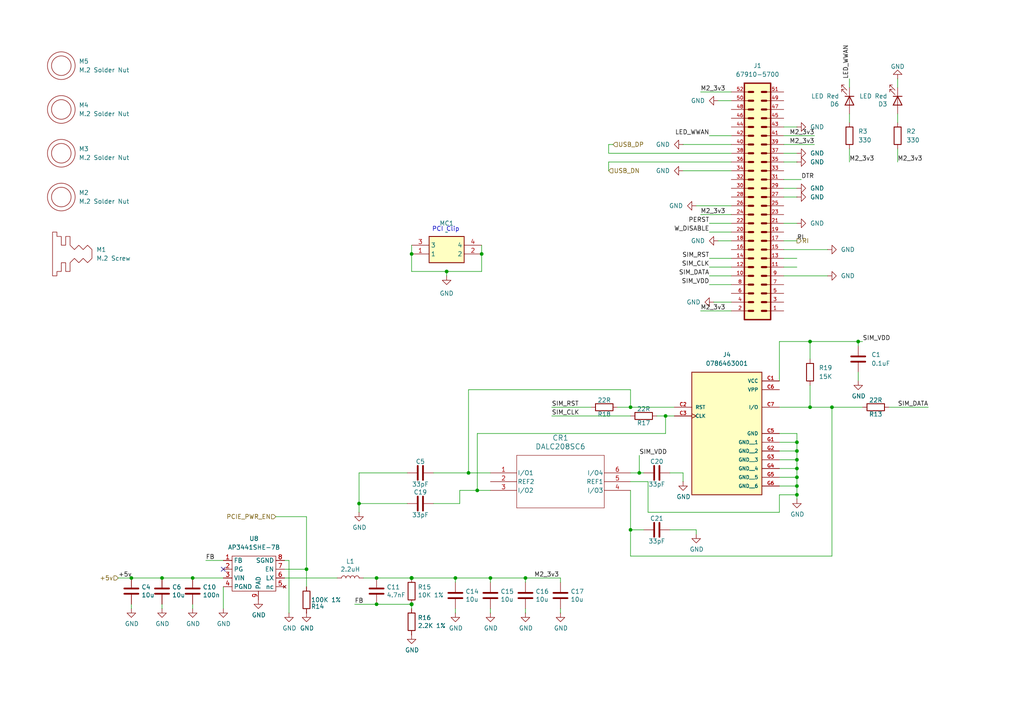
<source format=kicad_sch>
(kicad_sch (version 20250114) (generator "eeschema") (generator_version "9.0")
  (paper "A4")
  (title_block (title "Compute Module 5 IO Board ") (rev "1") (company "E-SMART SOLUTIONS") (comment 1 "Mostafa Bakir"))
  (lib_symbols
    (symbol "0786463001:0786463001" (pin_names (offset 1.016))
      (property "Reference" "J" (at -10.16 10.922 0))
      (property "Value" "0786463001" (at -10.16 -27.94 0))
      (symbol "0786463001_0_0"
        (rectangle (start -10.16 -25.4) (end 10.16 10.16) (stroke (width 0.254)) (fill (type background)))
        (pin input line (at -15.24 0 0) (length 5.08) (name "RST") (number "C2"))
        (pin input clock (at -15.24 -2.54 0) (length 5.08) (name "CLK") (number "C3"))
        (pin power_in line (at 15.24 7.62 180) (length 5.08) (name "VCC") (number "C1"))
        (pin power_in line (at 15.24 5.08 180) (length 5.08) (name "VPP") (number "C6"))
        (pin bidirectional line (at 15.24 0 180) (length 5.08) (name "I/O") (number "C7"))
        (pin power_in line (at 15.24 -7.62 180) (length 5.08) (name "GND") (number "C5"))
        (pin power_in line (at 15.24 -10.16 180) (length 5.08) (name "GND__1") (number "G1"))
        (pin power_in line (at 15.24 -12.7 180) (length 5.08) (name "GND__2") (number "G2"))
        (pin power_in line (at 15.24 -15.24 180) (length 5.08) (name "GND__3") (number "G3"))
        (pin power_in line (at 15.24 -17.78 180) (length 5.08) (name "GND__4") (number "G4"))
        (pin power_in line (at 15.24 -20.32 180) (length 5.08) (name "GND__5") (number "G5"))
        (pin power_in line (at 15.24 -22.86 180) (length 5.08) (name "GND__6") (number "G6"))
      )
    )
    (symbol "2025-04-18_20-29-10:DALC208SC6" (pin_names (offset 0.254))
      (property "Reference" "CR" (at 20.32 10.16 0))
      (property "Value" "DALC208SC6" (at 20.32 7.62 0))
      (symbol "DALC208SC6_0_1"
        (polyline (pts (xy 7.62 5.08) (xy 7.62 -10.16)) (stroke (width 0.127)))
        (polyline (pts (xy 7.62 -10.16) (xy 33.02 -10.16)) (stroke (width 0.127)))
        (polyline (pts (xy 33.02 5.08) (xy 7.62 5.08)) (stroke (width 0.127)))
        (polyline (pts (xy 33.02 -10.16) (xy 33.02 5.08)) (stroke (width 0.127)))
        (pin bidirectional line (at 0 0 0) (length 7.62) (name "I/O1") (number "1"))
        (pin unspecified line (at 0 -2.54 0) (length 7.62) (name "REF2") (number "2"))
        (pin bidirectional line (at 0 -5.08 0) (length 7.62) (name "I/O2") (number "3"))
        (pin bidirectional line (at 40.64 0 180) (length 7.62) (name "I/O4") (number "6"))
        (pin unspecified line (at 40.64 -2.54 180) (length 7.62) (name "REF1") (number "5"))
        (pin bidirectional line (at 40.64 -5.08 180) (length 7.62) (name "I/O3") (number "4"))
      )
    )
    (symbol "48099-4000:48099-4000"
      (property "Reference" "J" (at 16.51 7.62 0))
      (property "Value" "48099-4000" (at 16.51 5.08 0))
      (symbol "48099-4000_1_1"
        (rectangle (start 5.08 2.54) (end 15.24 -5.08) (stroke (width 0.254)) (fill (type background)))
        (pin passive line (at 0 0 0) (length 5.08) (name "3") (number "3"))
        (pin passive line (at 0 -2.54 0) (length 5.08) (name "1") (number "1"))
        (pin passive line (at 20.32 0 180) (length 5.08) (name "4") (number "4"))
        (pin passive line (at 20.32 -2.54 180) (length 5.08) (name "2") (number "2"))
      )
    )
    (symbol "67910-5700:67910-5700" (pin_names (offset 1.016))
      (property "Reference" "J" (at -3.8196 33.867 0))
      (property "Value" "67910-5700" (at -3.8156 -38.1558 0))
      (symbol "67910-5700_0_0"
        (rectangle (start -3.81 -35.56) (end 3.81 33.02) (stroke (width 0.4064)) (fill (type background)))
        (polyline (pts (xy -2.54 30.48) (xy -1.27 30.48)) (stroke (width 0.6096)))
        (polyline (pts (xy -2.54 27.94) (xy -1.27 27.94)) (stroke (width 0.6096)))
        (polyline (pts (xy -2.54 25.4) (xy -1.27 25.4)) (stroke (width 0.6096)))
        (polyline (pts (xy -2.54 22.86) (xy -1.27 22.86)) (stroke (width 0.6096)))
        (polyline (pts (xy -2.54 20.32) (xy -1.27 20.32)) (stroke (width 0.6096)))
        (polyline (pts (xy -2.54 17.78) (xy -1.27 17.78)) (stroke (width 0.6096)))
        (polyline (pts (xy -2.54 15.24) (xy -1.27 15.24)) (stroke (width 0.6096)))
        (polyline (pts (xy -2.54 12.7) (xy -1.27 12.7)) (stroke (width 0.6096)))
        (polyline (pts (xy -2.54 10.16) (xy -1.27 10.16)) (stroke (width 0.6096)))
        (polyline (pts (xy -2.54 7.62) (xy -1.27 7.62)) (stroke (width 0.6096)))
        (polyline (pts (xy -2.54 5.08) (xy -1.27 5.08)) (stroke (width 0.6096)))
        (polyline (pts (xy -2.54 2.54) (xy -1.27 2.54)) (stroke (width 0.6096)))
        (polyline (pts (xy -2.54 0) (xy -1.27 0)) (stroke (width 0.6096)))
        (polyline (pts (xy -2.54 -2.54) (xy -1.27 -2.54)) (stroke (width 0.6096)))
        (polyline (pts (xy -2.54 -5.08) (xy -1.27 -5.08)) (stroke (width 0.6096)))
        (polyline (pts (xy -2.54 -7.62) (xy -1.27 -7.62)) (stroke (width 0.6096)))
        (polyline (pts (xy -2.54 -10.16) (xy -1.27 -10.16)) (stroke (width 0.6096)))
        (polyline (pts (xy -2.54 -12.7) (xy -1.27 -12.7)) (stroke (width 0.6096)))
        (polyline (pts (xy -2.54 -15.24) (xy -1.27 -15.24)) (stroke (width 0.6096)))
        (polyline (pts (xy -2.54 -17.78) (xy -1.27 -17.78)) (stroke (width 0.6096)))
        (polyline (pts (xy -2.54 -20.32) (xy -1.27 -20.32)) (stroke (width 0.6096)))
        (polyline (pts (xy -2.54 -22.86) (xy -1.27 -22.86)) (stroke (width 0.6096)))
        (polyline (pts (xy -2.54 -25.4) (xy -1.27 -25.4)) (stroke (width 0.6096)))
        (polyline (pts (xy -2.54 -27.94) (xy -1.27 -27.94)) (stroke (width 0.6096)))
        (polyline (pts (xy -2.54 -30.48) (xy -1.27 -30.48)) (stroke (width 0.6096)))
        (polyline (pts (xy -2.54 -33.02) (xy -1.27 -33.02)) (stroke (width 0.6096)))
        (polyline (pts (xy 1.27 30.48) (xy 2.54 30.48)) (stroke (width 0.6096)))
        (polyline (pts (xy 1.27 27.94) (xy 2.54 27.94)) (stroke (width 0.6096)))
        (polyline (pts (xy 1.27 25.4) (xy 2.54 25.4)) (stroke (width 0.6096)))
        (polyline (pts (xy 1.27 22.86) (xy 2.54 22.86)) (stroke (width 0.6096)))
        (polyline (pts (xy 1.27 20.32) (xy 2.54 20.32)) (stroke (width 0.6096)))
        (polyline (pts (xy 1.27 17.78) (xy 2.54 17.78)) (stroke (width 0.6096)))
        (polyline (pts (xy 1.27 15.24) (xy 2.54 15.24)) (stroke (width 0.6096)))
        (polyline (pts (xy 1.27 12.7) (xy 2.54 12.7)) (stroke (width 0.6096)))
        (polyline (pts (xy 1.27 10.16) (xy 2.54 10.16)) (stroke (width 0.6096)))
        (polyline (pts (xy 1.27 7.62) (xy 2.54 7.62)) (stroke (width 0.6096)))
        (polyline (pts (xy 1.27 5.08) (xy 2.54 5.08)) (stroke (width 0.6096)))
        (polyline (pts (xy 1.27 2.54) (xy 2.54 2.54)) (stroke (width 0.6096)))
        (polyline (pts (xy 1.27 0) (xy 2.54 0)) (stroke (width 0.6096)))
        (polyline (pts (xy 1.27 -2.54) (xy 2.54 -2.54)) (stroke (width 0.6096)))
        (polyline (pts (xy 1.27 -5.08) (xy 2.54 -5.08)) (stroke (width 0.6096)))
        (polyline (pts (xy 1.27 -7.62) (xy 2.54 -7.62)) (stroke (width 0.6096)))
        (polyline (pts (xy 1.27 -10.16) (xy 2.54 -10.16)) (stroke (width 0.6096)))
        (polyline (pts (xy 1.27 -12.7) (xy 2.54 -12.7)) (stroke (width 0.6096)))
        (polyline (pts (xy 1.27 -15.24) (xy 2.54 -15.24)) (stroke (width 0.6096)))
        (polyline (pts (xy 1.27 -17.78) (xy 2.54 -17.78)) (stroke (width 0.6096)))
        (polyline (pts (xy 1.27 -20.32) (xy 2.54 -20.32)) (stroke (width 0.6096)))
        (polyline (pts (xy 1.27 -22.86) (xy 2.54 -22.86)) (stroke (width 0.6096)))
        (polyline (pts (xy 1.27 -25.4) (xy 2.54 -25.4)) (stroke (width 0.6096)))
        (polyline (pts (xy 1.27 -27.94) (xy 2.54 -27.94)) (stroke (width 0.6096)))
        (polyline (pts (xy 1.27 -30.48) (xy 2.54 -30.48)) (stroke (width 0.6096)))
        (polyline (pts (xy 1.27 -33.02) (xy 2.54 -33.02)) (stroke (width 0.6096)))
        (pin passive line (at -7.62 30.48 0) (length 5.08) (name "~") (number "52"))
        (pin passive line (at -7.62 27.94 0) (length 5.08) (name "~") (number "50"))
        (pin passive line (at -7.62 25.4 0) (length 5.08) (name "~") (number "48"))
        (pin passive line (at -7.62 22.86 0) (length 5.08) (name "~") (number "46"))
        (pin passive line (at -7.62 20.32 0) (length 5.08) (name "~") (number "44"))
        (pin passive line (at -7.62 17.78 0) (length 5.08) (name "~") (number "42"))
        (pin passive line (at -7.62 15.24 0) (length 5.08) (name "~") (number "40"))
        (pin passive line (at -7.62 12.7 0) (length 5.08) (name "~") (number "38"))
        (pin passive line (at -7.62 10.16 0) (length 5.08) (name "~") (number "36"))
        (pin passive line (at -7.62 7.62 0) (length 5.08) (name "~") (number "34"))
        (pin passive line (at -7.62 5.08 0) (length 5.08) (name "~") (number "32"))
        (pin passive line (at -7.62 2.54 0) (length 5.08) (name "~") (number "30"))
        (pin passive line (at -7.62 0 0) (length 5.08) (name "~") (number "28"))
        (pin passive line (at -7.62 -2.54 0) (length 5.08) (name "~") (number "26"))
        (pin passive line (at -7.62 -5.08 0) (length 5.08) (name "~") (number "24"))
        (pin passive line (at -7.62 -7.62 0) (length 5.08) (name "~") (number "22"))
        (pin passive line (at -7.62 -10.16 0) (length 5.08) (name "~") (number "20"))
        (pin passive line (at -7.62 -12.7 0) (length 5.08) (name "~") (number "18"))
        (pin passive line (at -7.62 -15.24 0) (length 5.08) (name "~") (number "16"))
        (pin passive line (at -7.62 -17.78 0) (length 5.08) (name "~") (number "14"))
        (pin passive line (at -7.62 -20.32 0) (length 5.08) (name "~") (number "12"))
        (pin passive line (at -7.62 -22.86 0) (length 5.08) (name "~") (number "10"))
        (pin passive line (at -7.62 -25.4 0) (length 5.08) (name "~") (number "8"))
        (pin passive line (at -7.62 -27.94 0) (length 5.08) (name "~") (number "6"))
        (pin passive line (at -7.62 -30.48 0) (length 5.08) (name "~") (number "4"))
        (pin passive line (at -7.62 -33.02 0) (length 5.08) (name "~") (number "2"))
        (pin passive line (at 7.62 30.48 180) (length 5.08) (name "~") (number "51"))
        (pin passive line (at 7.62 27.94 180) (length 5.08) (name "~") (number "49"))
        (pin passive line (at 7.62 25.4 180) (length 5.08) (name "~") (number "47"))
        (pin passive line (at 7.62 22.86 180) (length 5.08) (name "~") (number "45"))
        (pin passive line (at 7.62 20.32 180) (length 5.08) (name "~") (number "43"))
        (pin passive line (at 7.62 17.78 180) (length 5.08) (name "~") (number "41"))
        (pin passive line (at 7.62 15.24 180) (length 5.08) (name "~") (number "39"))
        (pin passive line (at 7.62 12.7 180) (length 5.08) (name "~") (number "37"))
        (pin passive line (at 7.62 10.16 180) (length 5.08) (name "~") (number "35"))
        (pin passive line (at 7.62 7.62 180) (length 5.08) (name "~") (number "33"))
        (pin passive line (at 7.62 5.08 180) (length 5.08) (name "~") (number "31"))
        (pin passive line (at 7.62 2.54 180) (length 5.08) (name "~") (number "29"))
        (pin passive line (at 7.62 0 180) (length 5.08) (name "~") (number "27"))
        (pin passive line (at 7.62 -2.54 180) (length 5.08) (name "~") (number "25"))
        (pin passive line (at 7.62 -5.08 180) (length 5.08) (name "~") (number "23"))
        (pin passive line (at 7.62 -7.62 180) (length 5.08) (name "~") (number "21"))
        (pin passive line (at 7.62 -10.16 180) (length 5.08) (name "~") (number "19"))
        (pin passive line (at 7.62 -12.7 180) (length 5.08) (name "~") (number "17"))
        (pin passive line (at 7.62 -15.24 180) (length 5.08) (name "~") (number "15"))
        (pin passive line (at 7.62 -17.78 180) (length 5.08) (name "~") (number "13"))
        (pin passive line (at 7.62 -20.32 180) (length 5.08) (name "~") (number "11"))
        (pin passive line (at 7.62 -22.86 180) (length 5.08) (name "~") (number "9"))
        (pin passive line (at 7.62 -25.4 180) (length 5.08) (name "~") (number "7"))
        (pin passive line (at 7.62 -27.94 180) (length 5.08) (name "~") (number "5"))
        (pin passive line (at 7.62 -30.48 180) (length 5.08) (name "~") (number "3"))
        (pin passive line (at 7.62 -33.02 180) (length 5.08) (name "~") (number "1"))
      )
    )
    (symbol "CM5IO:AP3441SHE-7B"
      (property "Reference" "U" (at -6.35 10.16 0))
      (property "Value" "AP3441SHE-7B" (at 0 7.62 0))
      (symbol "AP3441SHE-7B_0_1"
        (rectangle (start -6.35 6.35) (end 6.35 -3.81))
      )
      (symbol "AP3441SHE-7B_1_1"
        (pin passive line (at -8.89 5.08 0) (length 2.54) (name "FB") (number "1"))
        (pin open_collector line (at -8.89 2.54 0) (length 2.54) (name "PG") (number "2"))
        (pin power_in line (at -8.89 0 0) (length 2.54) (name "VIN") (number "3"))
        (pin power_in line (at -8.89 -2.54 0) (length 2.54) (name "PGND") (number "4"))
        (pin input line (at 1.27 -6.35 90) (length 2.54) (name "PAD") (number "9"))
        (pin power_in line (at 8.89 5.08 180) (length 2.54) (name "SGND") (number "8"))
        (pin input line (at 8.89 2.54 180) (length 2.54) (name "EN") (number "7"))
        (pin power_out line (at 8.89 0 180) (length 2.54) (name "LX") (number "6"))
        (pin no_connect line (at 8.89 -2.54 180) (length 2.54) (name "nc") (number "5"))
      )
    )
    (symbol "CM5IO:M.2_Screw" (pin_numbers (hide yes)) (pin_names (offset 0) (hide yes)) (on_board no)
      (property "Reference" "M" (at -0.254 -6.35 0))
      (property "Value" "M.2 Screw" (at 0.254 -8.636 0))
      (symbol "M.2_Screw_0_1"
        (polyline (pts (xy -5.08 0) (xy -5.08 -6.35) (xy -3.81 -6.35) (xy -3.81 -5.08) (xy -2.54 -5.08) (xy -2.54 -2.54) (xy -1.27 -2.54) (xy -1.27 -5.08) (xy 0 -5.08) (xy 0 -2.54) (xy 1.27 -1.27) (xy 2.54 -2.54) (xy 3.81 -1.27) (xy 5.08 -2.54) (xy 6.35 -1.27) (xy 6.35 1.27) (xy 5.08 2.54) (xy 3.81 1.27) (xy 2.54 2.54) (xy 1.27 1.27) (xy 0 2.54) (xy 0 5.08) (xy -1.27 5.08) (xy -1.27 2.54) (xy -2.54 2.54) (xy -2.54 5.08) (xy -3.81 5.08) (xy -3.81 6.35) (xy -5.08 6.35) (xy -5.08 0)))
      )
    )
    (symbol "CM5IO:SolderNut" (pin_numbers (hide yes)) (pin_names (offset 0) (hide yes)) (exclude_from_sim yes) (on_board no)
      (property "Reference" "M" (at -6.35 -3.556 0))
      (property "Value" "M.2 Solder Nut" (at 0.254 -5.842 0))
      (symbol "SolderNut_0_1"
        (circle (center 0 0) (radius 2.8398))
        (circle (center 0 0) (radius 4.0161))
      )
    )
    (symbol "Device:C" (pin_numbers (hide yes)) (pin_names (offset 0.254))
      (property "Reference" "C" (at 0.635 2.54 0))
      (property "Value" "C" (at 0.635 -2.54 0))
      (symbol "C_0_1"
        (polyline (pts (xy -2.032 0.762) (xy 2.032 0.762)) (stroke (width 0.508)))
        (polyline (pts (xy -2.032 -0.762) (xy 2.032 -0.762)) (stroke (width 0.508)))
      )
      (symbol "C_1_1"
        (pin passive line (at 0 3.81 270) (length 2.794) (name "~") (number "1"))
        (pin passive line (at 0 -3.81 90) (length 2.794) (name "~") (number "2"))
      )
    )
    (symbol "Device:L" (pin_numbers (hide yes)) (pin_names (offset 1.016) (hide yes))
      (property "Reference" "L" (at -1.27 0 90))
      (property "Value" "L" (at 1.905 0 90))
      (symbol "L_0_1"
        (arc (start 0 2.54) (mid 0.6323 1.905) (end 0 1.27))
        (arc (start 0 1.27) (mid 0.6323 0.635) (end 0 0))
        (arc (start 0 0) (mid 0.6323 -0.635) (end 0 -1.27))
        (arc (start 0 -1.27) (mid 0.6323 -1.905) (end 0 -2.54))
      )
      (symbol "L_1_1"
        (pin passive line (at 0 3.81 270) (length 1.27) (name "1") (number "1"))
        (pin passive line (at 0 -3.81 90) (length 1.27) (name "2") (number "2"))
      )
    )
    (symbol "Device:R" (pin_numbers (hide yes)) (pin_names (offset 0))
      (property "Reference" "R" (at 2.032 0 90))
      (property "Value" "R" (at 0 0 90))
      (symbol "R_0_1"
        (rectangle (start -1.016 -2.54) (end 1.016 2.54) (stroke (width 0.254)))
      )
      (symbol "R_1_1"
        (pin passive line (at 0 3.81 270) (length 1.27) (name "~") (number "1"))
        (pin passive line (at 0 -3.81 90) (length 1.27) (name "~") (number "2"))
      )
    )
    (symbol "LED_1" (pin_numbers (hide yes)) (pin_names (offset 1.016) (hide yes))
      (property "Reference" "D" (at 0 2.54 0))
      (property "Value" "LED" (at 0 -2.54 0))
      (symbol "LED_1_0_1"
        (polyline (pts (xy -3.048 -0.762) (xy -4.572 -2.286) (xy -3.81 -2.286) (xy -4.572 -2.286) (xy -4.572 -1.524)))
        (polyline (pts (xy -1.778 -0.762) (xy -3.302 -2.286) (xy -2.54 -2.286) (xy -3.302 -2.286) (xy -3.302 -1.524)))
        (polyline (pts (xy -1.27 0) (xy 1.27 0)))
        (polyline (pts (xy -1.27 -1.27) (xy -1.27 1.27)) (stroke (width 0.254)))
        (polyline (pts (xy 1.27 -1.27) (xy 1.27 1.27) (xy -1.27 0) (xy 1.27 -1.27)) (stroke (width 0.254)))
      )
      (symbol "LED_1_1_1"
        (pin passive line (at -3.81 0 0) (length 2.54) (name "K") (number "1"))
        (pin passive line (at 3.81 0 180) (length 2.54) (name "A") (number "2"))
      )
    )
    (symbol "power:GND" (power) (pin_numbers (hide yes)) (pin_names (offset 0) (hide yes))
      (property "Value" "GND" (at 0 -3.81 0))
      (symbol "GND_0_1"
        (polyline (pts (xy 0 0) (xy 0 -1.27) (xy 1.27 -1.27) (xy 0 -2.54) (xy -1.27 -1.27) (xy 0 -1.27)))
      )
      (symbol "GND_1_1"
        (pin power_in line (at 0 0 270) (length 0) (name "~") (number "1"))
      )
    )
  )
  (text "PCI Clip" (at 129.286 66.548 0) (effects (font (size 1.27 1.27))))
  (junction (at 231.14 140.97))
  (junction (at 231.14 143.51))
  (junction (at 234.95 99.06))
  (junction (at 55.88 167.64))
  (junction (at 119.38 175.26) (diameter 1.016))
  (junction (at 193.04 120.65))
  (junction (at 135.89 137.16))
  (junction (at 139.7 73.66))
  (junction (at 129.54 78.74))
  (junction (at 104.14 146.05))
  (junction (at 109.22 167.64))
  (junction (at 46.99 167.64))
  (junction (at 132.08 167.64))
  (junction (at 88.9 165.1))
  (junction (at 38.1 167.64))
  (junction (at 142.24 167.64))
  (junction (at 231.14 133.35))
  (junction (at 241.3 118.11))
  (junction (at 138.43 142.24))
  (junction (at 231.14 135.89))
  (junction (at 182.88 118.11))
  (junction (at 185.42 137.16))
  (junction (at 109.22 175.26))
  (junction (at 248.92 99.06))
  (junction (at 182.88 153.67))
  (junction (at 234.95 118.11))
  (junction (at 152.4 167.64))
  (junction (at 119.38 73.66))
  (junction (at 231.14 128.27))
  (junction (at 119.38 167.64) (diameter 1.016))
  (junction (at 231.14 138.43))
  (junction (at 231.14 130.81))
  (no_connect (at 64.77 165.1))
  (wire (pts (xy 227.33 44.45) (xy 231.14 44.45)))
  (wire (pts (xy 241.3 118.11) (xy 250.19 118.11)))
  (wire (pts (xy 160.02 120.65) (xy 182.88 120.65)))
  (wire (pts (xy 135.89 113.03) (xy 135.89 137.16)))
  (wire (pts (xy 105.41 167.64) (xy 109.22 167.64)))
  (wire (pts (xy 227.33 46.99) (xy 231.14 46.99)))
  (wire (pts (xy 129.54 78.74) (xy 129.54 80.01)))
  (wire (pts (xy 109.22 167.64) (xy 119.38 167.64)))
  (wire (pts (xy 205.74 74.93) (xy 212.09 74.93)))
  (wire (pts (xy 248.92 107.95) (xy 248.92 110.49)))
  (wire (pts (xy 198.12 137.16) (xy 198.12 139.7)))
  (wire (pts (xy 231.14 133.35) (xy 231.14 135.89)))
  (wire (pts (xy 142.24 167.64) (xy 152.4 167.64)))
  (wire (pts (xy 88.9 165.1) (xy 88.9 170.18)))
  (wire (pts (xy 152.4 167.64) (xy 162.56 167.64)))
  (wire (pts (xy 257.81 118.11) (xy 269.24 118.11)))
  (wire (pts (xy 227.33 77.47) (xy 231.14 77.47)))
  (wire (pts (xy 59.69 162.56) (xy 64.77 162.56)))
  (wire (pts (xy 177.8 41.91) (xy 176.53 41.91)))
  (wire (pts (xy 241.3 118.11) (xy 241.3 161.29)))
  (wire (pts (xy 236.22 41.91) (xy 227.33 41.91)))
  (wire (pts (xy 234.95 99.06) (xy 234.95 104.14)))
  (wire (pts (xy 139.7 71.12) (xy 139.7 73.66)))
  (wire (pts (xy 55.88 175.26) (xy 55.88 176.53)))
  (wire (pts (xy 194.31 153.67) (xy 201.93 153.67)))
  (wire (pts (xy 227.33 80.01) (xy 240.03 80.01)))
  (wire (pts (xy 208.28 69.85) (xy 212.09 69.85)))
  (wire (pts (xy 176.53 41.91) (xy 176.53 44.45)))
  (wire (pts (xy 226.06 99.06) (xy 234.95 99.06)))
  (wire (pts (xy 46.99 167.64) (xy 55.88 167.64)))
  (wire (pts (xy 227.33 36.83) (xy 231.14 36.83)))
  (wire (pts (xy 205.74 80.01) (xy 212.09 80.01)))
  (wire (pts (xy 119.38 73.66) (xy 119.38 78.74)))
  (wire (pts (xy 160.02 118.11) (xy 171.45 118.11)))
  (wire (pts (xy 82.55 165.1) (xy 88.9 165.1)))
  (wire (pts (xy 194.31 137.16) (xy 198.12 137.16)))
  (wire (pts (xy 132.08 167.64) (xy 142.24 167.64)))
  (wire (pts (xy 236.22 39.37) (xy 227.33 39.37)))
  (wire (pts (xy 176.53 44.45) (xy 212.09 44.45)))
  (wire (pts (xy 207.01 87.63) (xy 212.09 87.63)))
  (wire (pts (xy 119.38 71.12) (xy 119.38 73.66)))
  (wire (pts (xy 231.14 143.51) (xy 231.14 144.78)))
  (wire (pts (xy 227.33 54.61) (xy 231.14 54.61)))
  (wire (pts (xy 34.29 167.64) (xy 38.1 167.64)))
  (wire (pts (xy 226.06 133.35) (xy 231.14 133.35)))
  (wire (pts (xy 133.35 142.24) (xy 133.35 146.05)))
  (wire (pts (xy 152.4 167.64) (xy 152.4 168.91)))
  (wire (pts (xy 227.33 69.85) (xy 231.14 69.85)))
  (wire (pts (xy 226.06 138.43) (xy 231.14 138.43)))
  (wire (pts (xy 182.88 113.03) (xy 135.89 113.03)))
  (wire (pts (xy 208.28 29.21) (xy 212.09 29.21)))
  (wire (pts (xy 227.33 57.15) (xy 231.14 57.15)))
  (wire (pts (xy 119.38 167.64) (xy 132.08 167.64)))
  (wire (pts (xy 152.4 176.53) (xy 152.4 177.8)))
  (wire (pts (xy 187.96 148.59) (xy 226.06 148.59)))
  (wire (pts (xy 133.35 146.05) (xy 125.73 146.05)))
  (wire (pts (xy 104.14 137.16) (xy 104.14 146.05)))
  (wire (pts (xy 203.2 90.17) (xy 212.09 90.17)))
  (wire (pts (xy 231.14 138.43) (xy 231.14 140.97)))
  (wire (pts (xy 246.38 43.18) (xy 246.38 46.99)))
  (wire (pts (xy 82.55 167.64) (xy 97.79 167.64)))
  (wire (pts (xy 104.14 146.05) (xy 118.11 146.05)))
  (wire (pts (xy 182.88 137.16) (xy 185.42 137.16)))
  (wire (pts (xy 176.53 46.99) (xy 176.53 49.53)))
  (wire (pts (xy 135.89 137.16) (xy 142.24 137.16)))
  (wire (pts (xy 182.88 142.24) (xy 182.88 153.67)))
  (wire (pts (xy 231.14 135.89) (xy 231.14 138.43)))
  (wire (pts (xy 138.43 142.24) (xy 138.43 125.73)))
  (wire (pts (xy 226.06 128.27) (xy 231.14 128.27)))
  (wire (pts (xy 182.88 139.7) (xy 187.96 139.7)))
  (wire (pts (xy 205.74 39.37) (xy 212.09 39.37)))
  (wire (pts (xy 260.35 43.18) (xy 260.35 46.99)))
  (wire (pts (xy 205.74 67.31) (xy 212.09 67.31)))
  (wire (pts (xy 119.38 78.74) (xy 129.54 78.74)))
  (wire (pts (xy 241.3 161.29) (xy 182.88 161.29)))
  (wire (pts (xy 55.88 167.64) (xy 64.77 167.64)))
  (wire (pts (xy 182.88 161.29) (xy 182.88 153.67)))
  (wire (pts (xy 185.42 132.08) (xy 185.42 137.16)))
  (wire (pts (xy 231.14 130.81) (xy 231.14 133.35)))
  (wire (pts (xy 234.95 111.76) (xy 234.95 118.11)))
  (wire (pts (xy 227.33 74.93) (xy 231.14 74.93)))
  (wire (pts (xy 226.06 135.89) (xy 231.14 135.89)))
  (wire (pts (xy 88.9 149.86) (xy 88.9 165.1)))
  (wire (pts (xy 125.73 137.16) (xy 135.89 137.16)))
  (wire (pts (xy 109.22 175.26) (xy 119.38 175.26)))
  (wire (pts (xy 182.88 118.11) (xy 182.88 113.03)))
  (wire (pts (xy 231.14 125.73) (xy 231.14 128.27)))
  (wire (pts (xy 226.06 118.11) (xy 234.95 118.11)))
  (wire (pts (xy 38.1 175.26) (xy 38.1 176.53)))
  (wire (pts (xy 227.33 52.07) (xy 232.41 52.07)))
  (wire (pts (xy 226.06 143.51) (xy 231.14 143.51)))
  (wire (pts (xy 132.08 168.91) (xy 132.08 167.64)))
  (wire (pts (xy 104.14 148.59) (xy 104.14 146.05)))
  (wire (pts (xy 227.33 72.39) (xy 240.03 72.39)))
  (wire (pts (xy 187.96 139.7) (xy 187.96 148.59)))
  (wire (pts (xy 190.5 120.65) (xy 193.04 120.65)))
  (wire (pts (xy 231.14 140.97) (xy 231.14 143.51)))
  (wire (pts (xy 118.11 137.16) (xy 104.14 137.16)))
  (wire (pts (xy 201.93 153.67) (xy 201.93 154.94)))
  (wire (pts (xy 82.55 162.56) (xy 83.82 162.56)))
  (wire (pts (xy 176.53 46.99) (xy 212.09 46.99)))
  (wire (pts (xy 193.04 120.65) (xy 193.04 125.73)))
  (wire (pts (xy 179.07 118.11) (xy 182.88 118.11)))
  (wire (pts (xy 231.14 128.27) (xy 231.14 130.81)))
  (wire (pts (xy 226.06 125.73) (xy 231.14 125.73)))
  (wire (pts (xy 260.35 22.86) (xy 260.35 25.4)))
  (wire (pts (xy 38.1 167.64) (xy 46.99 167.64)))
  (wire (pts (xy 234.95 118.11) (xy 241.3 118.11)))
  (wire (pts (xy 182.88 153.67) (xy 186.69 153.67)))
  (wire (pts (xy 139.7 73.66) (xy 139.7 78.74)))
  (wire (pts (xy 227.33 64.77) (xy 231.14 64.77)))
  (wire (pts (xy 226.06 148.59) (xy 226.06 143.51)))
  (wire (pts (xy 234.95 99.06) (xy 248.92 99.06)))
  (wire (pts (xy 139.7 78.74) (xy 129.54 78.74)))
  (wire (pts (xy 142.24 167.64) (xy 142.24 168.91)))
  (wire (pts (xy 80.01 149.86) (xy 88.9 149.86)))
  (wire (pts (xy 142.24 142.24) (xy 138.43 142.24)))
  (wire (pts (xy 46.99 175.26) (xy 46.99 176.53)))
  (wire (pts (xy 185.42 137.16) (xy 186.69 137.16)))
  (wire (pts (xy 248.92 99.06) (xy 248.92 100.33)))
  (wire (pts (xy 132.08 177.8) (xy 132.08 176.53)))
  (wire (pts (xy 205.74 77.47) (xy 212.09 77.47)))
  (wire (pts (xy 162.56 176.53) (xy 162.56 177.8)))
  (wire (pts (xy 138.43 142.24) (xy 133.35 142.24)))
  (wire (pts (xy 64.77 176.53) (xy 64.77 170.18)))
  (wire (pts (xy 182.88 118.11) (xy 195.58 118.11)))
  (wire (pts (xy 248.92 99.06) (xy 250.19 99.06)))
  (wire (pts (xy 162.56 167.64) (xy 162.56 168.91)))
  (wire (pts (xy 142.24 176.53) (xy 142.24 177.8)))
  (wire (pts (xy 203.2 62.23) (xy 212.09 62.23)))
  (wire (pts (xy 231.14 140.97) (xy 226.06 140.97)))
  (wire (pts (xy 260.35 33.02) (xy 260.35 35.56)))
  (wire (pts (xy 198.12 49.53) (xy 212.09 49.53)))
  (wire (pts (xy 119.38 176.53) (xy 119.38 175.26)))
  (wire (pts (xy 246.38 33.02) (xy 246.38 35.56)))
  (wire (pts (xy 205.74 64.77) (xy 212.09 64.77)))
  (wire (pts (xy 205.74 82.55) (xy 212.09 82.55)))
  (wire (pts (xy 226.06 130.81) (xy 231.14 130.81)))
  (wire (pts (xy 201.93 59.69) (xy 212.09 59.69)))
  (wire (pts (xy 138.43 125.73) (xy 193.04 125.73)))
  (wire (pts (xy 102.87 175.26) (xy 109.22 175.26)))
  (wire (pts (xy 198.12 41.91) (xy 212.09 41.91)))
  (wire (pts (xy 246.38 22.86) (xy 246.38 25.4)))
  (wire (pts (xy 193.04 120.65) (xy 195.58 120.65)))
  (wire (pts (xy 83.82 162.56) (xy 83.82 177.8)))
  (wire (pts (xy 226.06 99.06) (xy 226.06 110.49)))
  (wire (pts (xy 203.2 26.67) (xy 212.09 26.67)))
  (label "SIM_VDD" (at 185.42 132.08 0))
  (label "M2_3v3" (at 203.2 90.17 0))
  (label "M2_3v3" (at 154.94 167.64 0))
  (label "PERST" (at 205.74 64.77 180))
  (label "+5v" (at 34.29 167.64 0))
  (label "SIM_RST" (at 205.74 74.93 180))
  (label "M2_3v3" (at 236.22 41.91 180))
  (label "SIM_VDD" (at 205.74 82.55 180))
  (label "LED_WWAN" (at 246.38 22.86 90))
  (label "SIM_DATA" (at 269.24 118.11 180))
  (label "M2_3v3" (at 236.22 39.37 180))
  (label "SIM_CLK" (at 205.74 77.47 180))
  (label "FB" (at 59.69 162.56 0))
  (label "M2_3v3" (at 203.2 62.23 0))
  (label "M2_3v3" (at 203.2 26.67 0))
  (label "SIM_VDD" (at 250.19 99.06 0))
  (label "SIM_CLK" (at 160.02 120.65 0))
  (label "DTR" (at 232.41 52.07 0))
  (label "LED_WWAN" (at 205.74 39.37 180))
  (label "M2_3v3" (at 260.35 46.99 0))
  (label "M2_3v3" (at 246.38 46.99 0))
  (label "W_DISABLE" (at 205.74 67.31 180))
  (label "FB" (at 102.87 175.26 0))
  (label "SIM_DATA" (at 205.74 80.01 180))
  (label "RI" (at 231.14 69.85 0))
  (label "SIM_RST" (at 160.02 118.11 0))
  (hierarchical_label "USB_DN" (shape input) (at 176.53 49.53 0))
  (hierarchical_label "USB_DP" (shape input) (at 177.8 41.91 0))
  (hierarchical_label "PCIE_PWR_EN" (shape input) (at 80.01 149.86 180))
  (hierarchical_label "+5v" (shape input) (at 34.29 167.64 180))
  (hierarchical_label "RI" (shape output) (at 231.14 69.85 0))
  (symbol (lib_id "Device:C") (at 152.4 172.72 0) (unit 1)
    (property "Reference" "C16" (at 155.321 171.5516 0) (effects (justify left)))
    (property "Value" "10u" (at 155.321 173.863 0) (effects (justify left)))
    (property "Footprint" "Capacitor_SMD:C_0805_2012Metric" (effects (hide yes)))
    (property "Datasheet" "https://search.murata.co.jp/Ceramy/image/img/A01X/G101/ENG/GRM21BR71A106KA73-01.pdf" (effects (hide yes)))
    (property "Field4" "Digikey" (effects (hide yes)))
    (property "Field5" "490-14381-1-ND" (effects (hide yes)))
    (property "Field6" "GRM21BR71A106KA73L" (effects (hide yes)))
    (property "Field7" "Murata" (effects (hide yes)))
    (property "Field8" "111893011" (effects (hide yes)))
    (property "Part Description" "	10uF 10% 10V Ceramic Capacitor X7R 0805 (2012 Metric)" (effects (hide yes)))
    (property "LCSC" "C15850" (effects (hide yes)))
  )
  (symbol (lib_id "power:GND") (at 152.4 177.8 0) (unit 1)
    (property "Reference" "#PWR018" (effects (hide yes)))
    (property "Value" "GND" (at 152.527 182.1942 0))
    (property "Description" "Power symbol creates a global label with name \"GND\" , ground" (effects (hide yes)))
  )
  (symbol (lib_id "Device:C") (at 46.99 171.45 0) (unit 1)
    (property "Reference" "C6" (at 49.911 170.2816 0) (effects (justify left)))
    (property "Value" "10u" (at 49.911 172.593 0) (effects (justify left)))
    (property "Footprint" "Capacitor_SMD:C_0805_2012Metric" (effects (hide yes)))
    (property "Datasheet" "https://search.murata.co.jp/Ceramy/image/img/A01X/G101/ENG/GRM21BR71A106KA73-01.pdf" (effects (hide yes)))
    (property "Field4" "Digikey" (effects (hide yes)))
    (property "Field5" "490-14381-1-ND" (effects (hide yes)))
    (property "Field6" "GRM21BR71A106KA73L" (effects (hide yes)))
    (property "Field7" "Murata" (effects (hide yes)))
    (property "Field8" "111893011" (effects (hide yes)))
    (property "Part Description" "	10uF 10% 10V Ceramic Capacitor X7R 0805 (2012 Metric)" (effects (hide yes)))
    (property "LCSC" "C15850" (effects (hide yes)))
  )
  (symbol (lib_id "power:GND") (at 248.92 110.49 0) (unit 1)
    (property "Reference" "#PWR045" (effects (hide yes)))
    (property "Value" "GND" (at 249.047 114.8842 0))
    (property "Description" "Power symbol creates a global label with name \"GND\" , ground" (effects (hide yes)))
  )
  (symbol (lib_id "Device:R") (at 234.95 107.95 0) (unit 1)
    (property "Reference" "R19" (at 237.49 106.6799 0) (effects (justify left)))
    (property "Value" "15K" (at 237.49 109.2199 0) (effects (justify left)))
    (property "Footprint" "Resistor_SMD:R_0603_1608Metric" (effects (hide yes)))
    (property "Description" "Resistor" (effects (hide yes)))
  )
  (symbol (lib_id "power:GND") (at 231.14 64.77 90) (unit 1)
    (property "Reference" "#PWR026" (effects (hide yes)))
    (property "Value" "GND" (at 234.95 64.7699 90) (effects (justify right)))
    (property "Description" "Power symbol creates a global label with name \"GND\" , ground" (effects (hide yes)))
  )
  (symbol (lib_id "0786463001:0786463001") (at 210.82 118.11 0) (unit 1)
    (property "Reference" "J4" (at 210.82 102.87 0))
    (property "Value" "0786463001" (at 210.82 105.41 0))
    (property "Footprint" "0786463001:MOLEX_0786463001" (effects (hide yes)))
    (property "PARTREV" "C1" (effects (hide yes)))
    (property "SNAPEDA_PN" "0786463001" (effects (hide yes)))
    (property "STANDARD" "Manufacturer Recommendations" (effects (hide yes)))
    (property "MAXIMUM_PACKAGE_HEIGHT" "1.55 mm" (effects (hide yes)))
    (property "MANUFACTURER" "Molex" (effects (hide yes)))
    (property "LCSC" "C194938" (effects (hide yes)))
  )
  (symbol (lib_id "power:GND") (at 240.03 72.39 90) (unit 1)
    (property "Reference" "#PWR025" (effects (hide yes)))
    (property "Value" "GND" (at 243.84 72.3899 90) (effects (justify right)))
    (property "Description" "Power symbol creates a global label with name \"GND\" , ground" (effects (hide yes)))
  )
  (symbol (lib_id "67910-5700:67910-5700") (at 219.71 57.15 0) (unit 1)
    (property "Reference" "J1" (at 219.71 19.05 0))
    (property "Value" "67910-5700" (at 219.71 21.59 0))
    (property "Footprint" "0679105700:MOLEX_67910-5700" (effects (hide yes)))
    (property "MANUFACTURER" "Molex, LLC" (effects (hide yes)))
    (property "LCSC" "C277606" (effects (hide yes)))
  )
  (symbol (lib_id "power:GND") (at 46.99 176.53 0) (unit 1)
    (property "Reference" "#PWR021" (effects (hide yes)))
    (property "Value" "GND" (at 47.117 180.9242 0))
    (property "Description" "Power symbol creates a global label with name \"GND\" , ground" (effects (hide yes)))
  )
  (symbol (lib_id "power:GND") (at 201.93 59.69 270) (unit 1)
    (property "Reference" "#PWR035" (effects (hide yes)))
    (property "Value" "GND" (at 198.12 59.6899 90) (effects (justify right)))
    (property "Description" "Power symbol creates a global label with name \"GND\" , ground" (effects (hide yes)))
  )
  (symbol (lib_id "power:GND") (at 162.56 177.8 0) (unit 1)
    (property "Reference" "#PWR024" (effects (hide yes)))
    (property "Value" "GND" (at 162.687 182.1942 0))
    (property "Description" "Power symbol creates a global label with name \"GND\" , ground" (effects (hide yes)))
  )
  (symbol (lib_id "power:GND") (at 129.54 80.01 0) (unit 1)
    (property "Reference" "#PWR027" (effects (hide yes)))
    (property "Value" "GND" (at 129.54 85.09 0))
    (property "Description" "Power symbol creates a global label with name \"GND\" , ground" (effects (hide yes)))
  )
  (symbol (lib_id "Device:C") (at 121.92 137.16 90) (unit 1)
    (property "Reference" "C5" (at 121.92 133.858 90))
    (property "Value" "33pF" (at 121.92 140.462 90))
    (property "Footprint" "Capacitor_SMD:C_0603_1608Metric" (effects (hide yes)))
    (property "Description" "Unpolarized capacitor" (effects (hide yes)))
    (property "LCSC" "C1663" (effects (hide yes)))
  )
  (symbol (lib_id "Device:R") (at 254 118.11 90) (unit 1)
    (property "Reference" "R13" (at 254 120.142 90))
    (property "Value" "22R" (at 254 116.078 90))
    (property "Footprint" "Resistor_SMD:R_0603_1608Metric" (effects (hide yes)))
    (property "Description" "Resistor" (effects (hide yes)))
  )
  (symbol (lib_id "CM5IO:SolderNut") (at 17.78 44.45 0) (unit 1) (exclude_from_sim yes) (on_board no)
    (property "Reference" "M3" (at 22.86 43.1799 0) (effects (justify left)))
    (property "Value" "M.2 Solder Nut" (at 22.86 45.7199 0) (effects (justify left)))
    (property "Part Description" "Solder nut for M.2 slot" (effects (hide yes)))
  )
  (symbol (lib_id "Device:L") (at 101.6 167.64 90) (unit 1)
    (property "Reference" "L1" (at 101.6 162.814 90))
    (property "Value" "2.2uH" (at 101.6 165.1254 90))
    (property "Footprint" "CM5IO:L_Bourns_SRP5030CC" (effects (hide yes)))
    (property "Datasheet" "https://www.bourns.com/docs/product-datasheets/srp5030cc.pdf" (effects (hide yes)))
    (property "Field6" "SRP5030CC-2R2M" (effects (hide yes)))
    (property "Field7" "Bourns" (effects (hide yes)))
    (property "Part Description" "Inductor, SMT, 2520, 2u2, IRMS=7A, ISAT=8A, DCR=0.032R" (effects (hide yes)))
    (property "Field5" "SRP5030CC-2R2M" (effects (hide yes)))
  )
  (symbol (lib_id "power:GND") (at 208.28 29.21 270) (unit 1)
    (property "Reference" "#PWR038" (effects (hide yes)))
    (property "Value" "GND" (at 204.47 29.2099 90) (effects (justify right)))
    (property "Description" "Power symbol creates a global label with name \"GND\" , ground" (effects (hide yes)))
  )
  (symbol (lib_id "power:GND") (at 64.77 176.53 0) (unit 1)
    (property "Reference" "#PWR022" (effects (hide yes)))
    (property "Value" "GND" (at 64.897 180.9242 0))
    (property "Description" "Power symbol creates a global label with name \"GND\" , ground" (effects (hide yes)))
  )
  (symbol (lib_id "Device:R") (at 119.38 171.45 0) (unit 1)
    (property "Reference" "R15" (at 121.158 170.2816 0) (effects (justify left)))
    (property "Value" "10K 1%" (at 121.158 172.593 0) (effects (justify left)))
    (property "Footprint" "Resistor_SMD:R_0402_1005Metric" (effects (hide yes)))
    (property "Datasheet" "https://fscdn.rohm.com/en/products/databook/datasheet/passive/resistor/chip_resistor/mcr-e.pdf" (effects (hide yes)))
    (property "Field4" "Farnell" (effects (hide yes)))
    (property "Field7" "Rohm" (effects (hide yes)))
    (property "Field6" "MCR01MZPF1002" (effects (hide yes)))
    (property "Part Description" "Resistor 10K M1005 1% 63mW" (effects (hide yes)))
  )
  (symbol (lib_id "2025-04-18_20-29-10:DALC208SC6") (at 142.24 137.16 0) (unit 1)
    (property "Reference" "CR1" (at 162.56 127 0) (effects (font (size 1.524 1.524))))
    (property "Value" "DALC208SC6" (at 162.56 129.54 0) (effects (font (size 1.524 1.524))))
    (property "Footprint" "digikey-footprints:SOT23-6L" (effects (hide yes)))
    (property "Datasheet" "DALC208SC6" (effects (hide yes)))
    (property "LCSC" "C54343" (effects (hide yes)))
  )
  (symbol (lib_id "Device:C") (at 190.5 137.16 90) (unit 1)
    (property "Reference" "C20" (at 190.5 133.858 90))
    (property "Value" "33pF" (at 190.5 140.462 90))
    (property "Footprint" "Capacitor_SMD:C_0603_1608Metric" (effects (hide yes)))
    (property "Description" "Unpolarized capacitor" (effects (hide yes)))
    (property "LCSC" "C1663" (effects (hide yes)))
  )
  (symbol (lib_id "power:GND") (at 231.14 44.45 90) (unit 1)
    (property "Reference" "#PWR042" (effects (hide yes)))
    (property "Value" "GND" (at 234.95 44.4499 90) (effects (justify right)))
    (property "Description" "Power symbol creates a global label with name \"GND\" , ground" (effects (hide yes)))
  )
  (symbol (lib_id "Device:R") (at 88.9 173.99 0) (unit 1)
    (property "Reference" "R14" (at 90.17 175.895 0) (effects (justify left)))
    (property "Value" "100K 1%" (at 90.17 173.99 0) (effects (justify left)))
    (property "Footprint" "Resistor_SMD:R_0402_1005Metric" (effects (hide yes)))
    (property "Datasheet" "https://fscdn.rohm.com/en/products/databook/datasheet/passive/resistor/chip_resistor/mcr-e.pdf" (effects (hide yes)))
    (property "Field4" "Farnell" (effects (hide yes)))
    (property "Field6" "MCR01MZPF1003" (effects (hide yes)))
    (property "Field7" "Rohm" (effects (hide yes)))
    (property "Part Description" "Resistor 100K M1005 1% 63mW" (effects (hide yes)))
  )
  (symbol (lib_id "Device:R") (at 119.38 180.34 0) (unit 1)
    (property "Reference" "R16" (at 121.158 179.1716 0) (effects (justify left)))
    (property "Value" "2.2K 1%" (at 121.158 181.483 0) (effects (justify left)))
    (property "Footprint" "Resistor_SMD:R_0402_1005Metric" (effects (hide yes)))
    (property "Datasheet" "https://fscdn.rohm.com/en/products/databook/datasheet/passive/resistor/chip_resistor/mcr-e.pdf" (effects (hide yes)))
    (property "Field4" "Farnell" (effects (hide yes)))
    (property "Part Description" "Resistor 2.2K M1005 1% 63mW" (effects (hide yes)))
  )
  (symbol (lib_name "LED_1") (lib_id "Device:LED") (at 260.35 29.21 270) (unit 1)
    (property "Reference" "D3" (at 257.3782 30.2006 90) (effects (justify right)))
    (property "Value" "LED Red" (at 257.3782 27.8892 90) (effects (justify right)))
    (property "Footprint" "LED_SMD:LED_0603_1608Metric" (effects (hide yes)))
    (property "Datasheet" "http://optoelectronics.liteon.com/upload/download/DS22-2000-210/LTST-S270KRKT.pdf" (effects (hide yes)))
    (property "Field4" "Digikey " (effects (hide yes)))
    (property "Field5" "	LTST-S270KRKT" (effects (hide yes)))
    (property "Field6" "SML-A12U8TT86Q" (effects (hide yes)))
    (property "Field7" "Rohm" (effects (hide yes)))
    (property "Field8" "650295101" (effects (hide yes)))
    (property "Part Description" "	Red 620nm LED Indication - Discrete 2.2V 2-SMD, No Lead" (effects (hide yes)))
    (property "LCSC" "C2286" (effects (hide yes)))
  )
  (symbol (lib_id "Device:C") (at 38.1 171.45 0) (unit 1)
    (property "Reference" "C4" (at 41.021 170.2816 0) (effects (justify left)))
    (property "Value" "10u" (at 41.021 172.593 0) (effects (justify left)))
    (property "Footprint" "Capacitor_SMD:C_0805_2012Metric" (effects (hide yes)))
    (property "Datasheet" "https://search.murata.co.jp/Ceramy/image/img/A01X/G101/ENG/GRM21BR71A106KA73-01.pdf" (effects (hide yes)))
    (property "Field4" "Digikey" (effects (hide yes)))
    (property "Field5" "490-14381-1-ND" (effects (hide yes)))
    (property "Field6" "GRM21BR71A106KA73L" (effects (hide yes)))
    (property "Field7" "Murata" (effects (hide yes)))
    (property "Field8" "111893011" (effects (hide yes)))
    (property "Part Description" "	10uF 10% 10V Ceramic Capacitor X7R 0805 (2012 Metric)" (effects (hide yes)))
    (property "LCSC" "C15850" (effects (hide yes)))
  )
  (symbol (lib_id "CM5IO:AP3441SHE-7B") (at 73.66 167.64 0) (unit 1)
    (property "Reference" "U8" (at 73.66 156.21 0))
    (property "Value" "AP3441SHE-7B" (at 73.66 158.75 0))
    (property "Footprint" "Package_DFN_QFN:DFN-8-1EP_2x2mm_P0.5mm_EP1.05x1.75mm" (effects (hide yes)))
    (property "Datasheet" "https://www.diodes.com/assets/Datasheets/AP3441-L.pdf" (effects (hide yes)))
    (property "Field5" "AP3441SHE-7B" (effects (hide yes)))
    (property "Field6" "AP3441SHE-7B" (effects (hide yes)))
    (property "Field7" "Diodes" (effects (hide yes)))
    (property "Part Description" "3A DC-DC converter" (effects (hide yes)))
    (property "LCSC" "C2070918" (effects (hide yes)))
  )
  (symbol (lib_id "Device:C") (at 55.88 171.45 0) (unit 1)
    (property "Reference" "C10" (at 58.801 170.2816 0) (effects (justify left)))
    (property "Value" "100n" (at 58.801 172.593 0) (effects (justify left)))
    (property "Footprint" "Capacitor_SMD:C_0402_1005Metric" (effects (hide yes)))
    (property "Datasheet" "https://search.murata.co.jp/Ceramy/image/img/A01X/G101/ENG/GRM155R71C104KA88-01.pdf" (effects (hide yes)))
    (property "Field4" "Farnell" (effects (hide yes)))
    (property "Field5" "2611911" (effects (hide yes)))
    (property "Field6" "RM EMK105 B7104KV-F" (effects (hide yes)))
    (property "Field7" "TAIYO YUDEN EUROPE GMBH" (effects (hide yes)))
    (property "Field8" "110091611" (effects (hide yes)))
    (property "Part Description" "	0.1uF 10% 16V Ceramic Capacitor X7R 0402 (1005 Metric)" (effects (hide yes)))
    (property "LCSC" "C327024" (effects (hide yes)))
  )
  (symbol (lib_id "Device:R") (at 175.26 118.11 90) (unit 1)
    (property "Reference" "R18" (at 175.26 120.142 90))
    (property "Value" "22R" (at 175.26 116.078 90))
    (property "Footprint" "Resistor_SMD:R_0603_1608Metric" (effects (hide yes)))
    (property "Description" "Resistor" (effects (hide yes)))
  )
  (symbol (lib_id "Device:C") (at 132.08 172.72 0) (unit 1)
    (property "Reference" "C14" (at 135.001 171.5516 0) (effects (justify left)))
    (property "Value" "10u" (at 135.001 173.863 0) (effects (justify left)))
    (property "Footprint" "Capacitor_SMD:C_0805_2012Metric" (effects (hide yes)))
    (property "Datasheet" "https://search.murata.co.jp/Ceramy/image/img/A01X/G101/ENG/GRM21BR71A106KA73-01.pdf" (effects (hide yes)))
    (property "Field4" "Digikey" (effects (hide yes)))
    (property "Field5" "490-14381-1-ND" (effects (hide yes)))
    (property "Field6" "GRM21BR71A106KA73L" (effects (hide yes)))
    (property "Field7" "Murata" (effects (hide yes)))
    (property "Field8" "111893011" (effects (hide yes)))
    (property "Part Description" "	10uF 10% 10V Ceramic Capacitor X7R 0805 (2012 Metric)" (effects (hide yes)))
    (property "LCSC" "C15850" (effects (hide yes)))
  )
  (symbol (lib_id "power:GND") (at 38.1 176.53 0) (unit 1)
    (property "Reference" "#PWR020" (effects (hide yes)))
    (property "Value" "GND" (at 38.227 180.9242 0))
    (property "Description" "Power symbol creates a global label with name \"GND\" , ground" (effects (hide yes)))
  )
  (symbol (lib_id "48099-4000:48099-4000") (at 119.38 71.12 0) (unit 1)
    (property "Reference" "MC1" (at 129.54 64.77 0))
    (property "Value" "~" (at 129.54 67.31 0))
    (property "Footprint" "KiCad:480994000" (effects (hide yes)))
    (property "LCSC" "C492353" (effects (hide yes)))
  )
  (symbol (lib_id "power:GND") (at 260.35 22.86 180) (unit 1)
    (property "Reference" "#PWR043" (effects (hide yes)))
    (property "Value" "GND" (at 260.35 19.304 0))
    (property "Description" "Power symbol creates a global label with name \"GND\" , ground" (effects (hide yes)))
  )
  (symbol (lib_id "Device:R") (at 260.35 39.37 0) (unit 1)
    (property "Reference" "R2" (at 262.89 38.0999 0) (effects (justify left)))
    (property "Value" "330" (at 262.89 40.6399 0) (effects (justify left)))
    (property "Footprint" "Resistor_SMD:R_0603_1608Metric" (effects (hide yes)))
    (property "Description" "Resistor" (effects (hide yes)))
  )
  (symbol (lib_id "power:GND") (at 198.12 139.7 0) (unit 1)
    (property "Reference" "#PWR047" (effects (hide yes)))
    (property "Value" "GND" (at 198.247 144.0942 0))
    (property "Description" "Power symbol creates a global label with name \"GND\" , ground" (effects (hide yes)))
  )
  (symbol (lib_name "LED_1") (lib_id "Device:LED") (at 246.38 29.21 270) (unit 1)
    (property "Reference" "D6" (at 243.4082 30.2006 90) (effects (justify right)))
    (property "Value" "LED Red" (at 243.4082 27.8892 90) (effects (justify right)))
    (property "Footprint" "LED_SMD:LED_0603_1608Metric" (effects (hide yes)))
    (property "Datasheet" "http://optoelectronics.liteon.com/upload/download/DS22-2000-210/LTST-S270KRKT.pdf" (effects (hide yes)))
    (property "Field4" "Digikey " (effects (hide yes)))
    (property "Field5" "	LTST-S270KRKT" (effects (hide yes)))
    (property "Field6" "SML-A12U8TT86Q" (effects (hide yes)))
    (property "Field7" "Rohm" (effects (hide yes)))
    (property "Field8" "650295101" (effects (hide yes)))
    (property "Part Description" "	Red 620nm LED Indication - Discrete 2.2V 2-SMD, No Lead" (effects (hide yes)))
    (property "LCSC" "C2286" (effects (hide yes)))
  )
  (symbol (lib_id "power:GND") (at 198.12 49.53 270) (unit 1)
    (property "Reference" "#PWR036" (effects (hide yes)))
    (property "Value" "GND" (at 194.31 49.5299 90) (effects (justify right)))
    (property "Description" "Power symbol creates a global label with name \"GND\" , ground" (effects (hide yes)))
  )
  (symbol (lib_id "power:GND") (at 104.14 148.59 0) (unit 1)
    (property "Reference" "#PWR046" (effects (hide yes)))
    (property "Value" "GND" (at 104.267 152.9842 0))
    (property "Description" "Power symbol creates a global label with name \"GND\" , ground" (effects (hide yes)))
  )
  (symbol (lib_id "power:GND") (at 88.9 177.8 0) (unit 1)
    (property "Reference" "#PWR08" (effects (hide yes)))
    (property "Value" "GND" (at 89.027 182.1942 0))
    (property "Description" "Power symbol creates a global label with name \"GND\" , ground" (effects (hide yes)))
  )
  (symbol (lib_id "power:GND") (at 119.38 184.15 0) (unit 1)
    (property "Reference" "#PWR016" (effects (hide yes)))
    (property "Value" "GND" (at 119.507 188.5442 0))
    (property "Description" "Power symbol creates a global label with name \"GND\" , ground" (effects (hide yes)))
  )
  (symbol (lib_id "power:GND") (at 207.01 87.63 270) (unit 1)
    (property "Reference" "#PWR033" (effects (hide yes)))
    (property "Value" "GND" (at 203.2 87.6299 90) (effects (justify right)))
    (property "Description" "Power symbol creates a global label with name \"GND\" , ground" (effects (hide yes)))
  )
  (symbol (lib_id "Device:R") (at 246.38 39.37 0) (unit 1)
    (property "Reference" "R3" (at 248.92 38.0999 0) (effects (justify left)))
    (property "Value" "330" (at 248.92 40.6399 0) (effects (justify left)))
    (property "Footprint" "Resistor_SMD:R_0603_1608Metric" (effects (hide yes)))
    (property "Description" "Resistor" (effects (hide yes)))
  )
  (symbol (lib_id "CM5IO:M.2_Screw") (at 20.32 73.66 0) (unit 1) (on_board no)
    (property "Reference" "M1" (at 27.94 72.3899 0) (effects (justify left)))
    (property "Value" "M.2 Screw" (at 27.94 74.9299 0) (effects (justify left)))
    (property "Part Description" "M.2 Screw" (effects (hide yes)))
  )
  (symbol (lib_id "power:GND") (at 83.82 177.8 0) (unit 1)
    (property "Reference" "#PWR023" (effects (hide yes)))
    (property "Value" "GND" (at 83.947 182.1942 0))
    (property "Description" "Power symbol creates a global label with name \"GND\" , ground" (effects (hide yes)))
  )
  (symbol (lib_id "Device:C") (at 109.22 171.45 0) (unit 1)
    (property "Reference" "C11" (at 112.141 170.2816 0) (effects (justify left)))
    (property "Value" "4.7nF" (at 112.141 172.593 0) (effects (justify left)))
    (property "Footprint" "Capacitor_SMD:C_0402_1005Metric" (effects (hide yes)))
    (property "Part Description" "4.7nF capacitor 0402" (effects (hide yes)))
    (property "LCSC" "C1518204" (effects (hide yes)))
  )
  (symbol (lib_id "power:GND") (at 231.14 57.15 90) (unit 1)
    (property "Reference" "#PWR039" (effects (hide yes)))
    (property "Value" "GND" (at 234.95 57.1499 90) (effects (justify right)))
    (property "Description" "Power symbol creates a global label with name \"GND\" , ground" (effects (hide yes)))
  )
  (symbol (lib_id "CM5IO:SolderNut") (at 17.78 31.75 0) (unit 1) (exclude_from_sim yes) (on_board no)
    (property "Reference" "M4" (at 22.86 30.4799 0) (effects (justify left)))
    (property "Value" "M.2 Solder Nut" (at 22.86 33.0199 0) (effects (justify left)))
    (property "Part Description" "Solder nut for M.2 slot" (effects (hide yes)))
  )
  (symbol (lib_id "power:GND") (at 231.14 54.61 90) (unit 1)
    (property "Reference" "#PWR040" (effects (hide yes)))
    (property "Value" "GND" (at 234.95 54.6099 90) (effects (justify right)))
    (property "Description" "Power symbol creates a global label with name \"GND\" , ground" (effects (hide yes)))
  )
  (symbol (lib_id "power:GND") (at 231.14 46.99 90) (unit 1)
    (property "Reference" "#PWR041" (effects (hide yes)))
    (property "Value" "GND" (at 234.95 46.9899 90) (effects (justify right)))
    (property "Description" "Power symbol creates a global label with name \"GND\" , ground" (effects (hide yes)))
  )
  (symbol (lib_id "power:GND") (at 208.28 69.85 270) (unit 1)
    (property "Reference" "#PWR034" (effects (hide yes)))
    (property "Value" "GND" (at 204.47 69.8499 90) (effects (justify right)))
    (property "Description" "Power symbol creates a global label with name \"GND\" , ground" (effects (hide yes)))
  )
  (symbol (lib_id "power:GND") (at 142.24 177.8 0) (unit 1)
    (property "Reference" "#PWR015" (effects (hide yes)))
    (property "Value" "GND" (at 142.367 182.1942 0))
    (property "Description" "Power symbol creates a global label with name \"GND\" , ground" (effects (hide yes)))
  )
  (symbol (lib_id "CM5IO:SolderNut") (at 17.78 19.05 0) (unit 1) (exclude_from_sim yes) (on_board no)
    (property "Reference" "M5" (at 22.86 17.7799 0) (effects (justify left)))
    (property "Value" "M.2 Solder Nut" (at 22.86 20.3199 0) (effects (justify left)))
    (property "Part Description" "Solder nut for M.2 slot" (effects (hide yes)))
  )
  (symbol (lib_id "power:GND") (at 240.03 80.01 90) (unit 1)
    (property "Reference" "#PWR019" (effects (hide yes)))
    (property "Value" "GND" (at 243.84 80.0099 90) (effects (justify right)))
    (property "Description" "Power symbol creates a global label with name \"GND\" , ground" (effects (hide yes)))
  )
  (symbol (lib_id "power:GND") (at 74.93 173.99 0) (unit 1)
    (property "Reference" "#PWR028" (effects (hide yes)))
    (property "Value" "GND" (at 75.057 178.3842 0))
    (property "Description" "Power symbol creates a global label with name \"GND\" , ground" (effects (hide yes)))
  )
  (symbol (lib_id "Device:C") (at 142.24 172.72 0) (unit 1)
    (property "Reference" "C15" (at 145.161 171.5516 0) (effects (justify left)))
    (property "Value" "10u" (at 145.161 173.863 0) (effects (justify left)))
    (property "Footprint" "Capacitor_SMD:C_0805_2012Metric" (effects (hide yes)))
    (property "Datasheet" "https://search.murata.co.jp/Ceramy/image/img/A01X/G101/ENG/GRM21BR71A106KA73-01.pdf" (effects (hide yes)))
    (property "Field4" "Digikey" (effects (hide yes)))
    (property "Field5" "490-14381-1-ND" (effects (hide yes)))
    (property "Field6" "GRM21BR71A106KA73L" (effects (hide yes)))
    (property "Field7" "Murata" (effects (hide yes)))
    (property "Field8" "111893011" (effects (hide yes)))
    (property "Part Description" "	10uF 10% 10V Ceramic Capacitor X7R 0805 (2012 Metric)" (effects (hide yes)))
    (property "LCSC" "C15850" (effects (hide yes)))
  )
  (symbol (lib_id "power:GND") (at 201.93 154.94 0) (unit 1)
    (property "Reference" "#PWR048" (effects (hide yes)))
    (property "Value" "GND" (at 202.057 159.3342 0))
    (property "Description" "Power symbol creates a global label with name \"GND\" , ground" (effects (hide yes)))
  )
  (symbol (lib_id "power:GND") (at 55.88 176.53 0) (unit 1)
    (property "Reference" "#PWR014" (effects (hide yes)))
    (property "Value" "GND" (at 56.007 180.9242 0))
    (property "Description" "Power symbol creates a global label with name \"GND\" , ground" (effects (hide yes)))
  )
  (symbol (lib_id "CM5IO:SolderNut") (at 17.78 57.15 0) (unit 1) (exclude_from_sim yes) (on_board no)
    (property "Reference" "M2" (at 22.86 55.8799 0) (effects (justify left)))
    (property "Value" "M.2 Solder Nut" (at 22.86 58.4199 0) (effects (justify left)))
    (property "Part Description" "Solder nut for M.2 slot" (effects (hide yes)))
  )
  (symbol (lib_id "Device:C") (at 248.92 104.14 0) (unit 1)
    (property "Reference" "C1" (at 252.73 102.8699 0) (effects (justify left)))
    (property "Value" "0.1uF" (at 252.73 105.4099 0) (effects (justify left)))
    (property "Footprint" "Capacitor_SMD:C_0603_1608Metric" (effects (hide yes)))
    (property "Description" "Unpolarized capacitor" (effects (hide yes)))
    (property "LCSC" "C14663" (effects (hide yes)))
  )
  (symbol (lib_id "power:GND") (at 231.14 144.78 0) (unit 1)
    (property "Reference" "#PWR044" (effects (hide yes)))
    (property "Value" "GND" (at 231.267 149.1742 0))
    (property "Description" "Power symbol creates a global label with name \"GND\" , ground" (effects (hide yes)))
  )
  (symbol (lib_id "Device:C") (at 162.56 172.72 0) (unit 1)
    (property "Reference" "C17" (at 165.481 171.5516 0) (effects (justify left)))
    (property "Value" "10u" (at 165.481 173.863 0) (effects (justify left)))
    (property "Footprint" "Capacitor_SMD:C_0805_2012Metric" (effects (hide yes)))
    (property "Datasheet" "https://search.murata.co.jp/Ceramy/image/img/A01X/G101/ENG/GRM21BR71A106KA73-01.pdf" (effects (hide yes)))
    (property "Field4" "Digikey" (effects (hide yes)))
    (property "Field5" "490-14381-1-ND" (effects (hide yes)))
    (property "Field6" "GRM21BR71A106KA73L" (effects (hide yes)))
    (property "Field7" "Murata" (effects (hide yes)))
    (property "Field8" "111893011" (effects (hide yes)))
    (property "Part Description" "	10uF 10% 10V Ceramic Capacitor X7R 0805 (2012 Metric)" (effects (hide yes)))
    (property "LCSC" "C15850" (effects (hide yes)))
  )
  (symbol (lib_id "Device:C") (at 121.92 146.05 90) (unit 1)
    (property "Reference" "C19" (at 121.92 142.748 90))
    (property "Value" "33pF" (at 121.92 149.352 90))
    (property "Footprint" "Capacitor_SMD:C_0603_1608Metric" (effects (hide yes)))
    (property "Description" "Unpolarized capacitor" (effects (hide yes)))
    (property "LCSC" "C1663" (effects (hide yes)))
  )
  (symbol (lib_id "power:GND") (at 231.14 36.83 90) (unit 1)
    (property "Reference" "#PWR032" (effects (hide yes)))
    (property "Value" "GND" (at 234.95 36.8299 90) (effects (justify right)))
    (property "Description" "Power symbol creates a global label with name \"GND\" , ground" (effects (hide yes)))
  )
  (symbol (lib_id "power:GND") (at 132.08 177.8 0) (unit 1)
    (property "Reference" "#PWR017" (effects (hide yes)))
    (property "Value" "GND" (at 132.207 182.1942 0))
    (property "Description" "Power symbol creates a global label with name \"GND\" , ground" (effects (hide yes)))
  )
  (symbol (lib_id "Device:R") (at 186.69 120.65 90) (unit 1)
    (property "Reference" "R17" (at 186.69 122.682 90))
    (property "Value" "22R" (at 186.69 118.618 90))
    (property "Footprint" "Resistor_SMD:R_0603_1608Metric" (effects (hide yes)))
    (property "Description" "Resistor" (effects (hide yes)))
  )
  (symbol (lib_id "Device:C") (at 190.5 153.67 90) (unit 1)
    (property "Reference" "C21" (at 190.5 150.368 90))
    (property "Value" "33pF" (at 190.5 156.972 90))
    (property "Footprint" "Capacitor_SMD:C_0603_1608Metric" (effects (hide yes)))
    (property "Description" "Unpolarized capacitor" (effects (hide yes)))
    (property "LCSC" "C1663" (effects (hide yes)))
  )
  (symbol (lib_id "power:GND") (at 198.12 41.91 270) (unit 1)
    (property "Reference" "#PWR037" (effects (hide yes)))
    (property "Value" "GND" (at 194.31 41.9099 90) (effects (justify right)))
    (property "Description" "Power symbol creates a global label with name \"GND\" , ground" (effects (hide yes)))
  )
)
</source>
